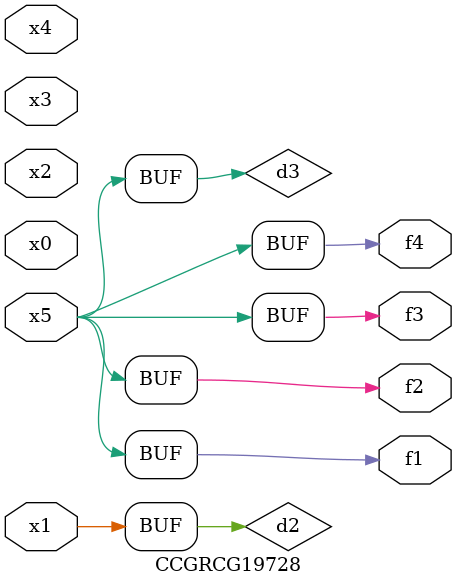
<source format=v>
module CCGRCG19728(
	input x0, x1, x2, x3, x4, x5,
	output f1, f2, f3, f4
);

	wire d1, d2, d3;

	not (d1, x5);
	or (d2, x1);
	xnor (d3, d1);
	assign f1 = d3;
	assign f2 = d3;
	assign f3 = d3;
	assign f4 = d3;
endmodule

</source>
